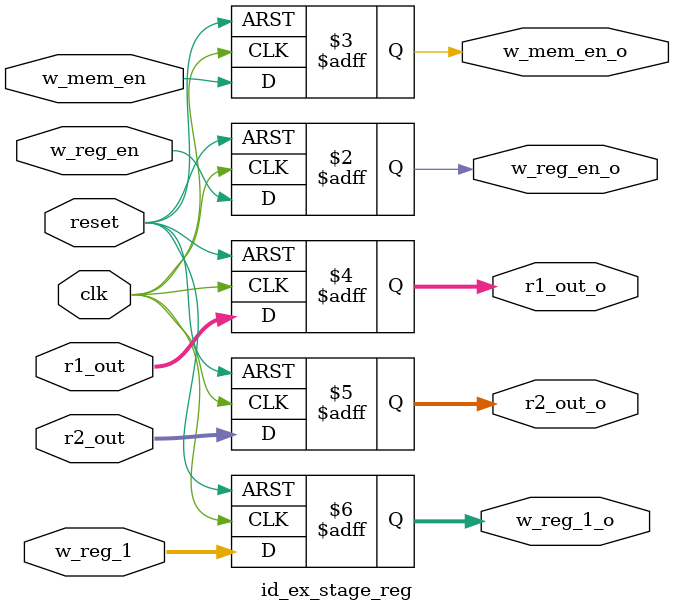
<source format=v>
`timescale 1ns / 1ps
module id_ex_stage_reg #(
	parameter DATA_WIDTH = 64,
	parameter REG_ADDR_WIDTH = 3
)(
	input wire clk,
	input wire reset,
	input wire w_reg_en,
	input wire w_mem_en,
	input wire [DATA_WIDTH - 1:0] r1_out,
	input wire [DATA_WIDTH - 1:0] r2_out,
	input wire [REG_ADDR_WIDTH - 1:0] w_reg_1,
	
	output reg w_reg_en_o,
	output reg w_mem_en_o,
	output reg [DATA_WIDTH - 1:0] r1_out_o,
	output reg [DATA_WIDTH - 1:0] r2_out_o,
	output reg [REG_ADDR_WIDTH - 1:0] w_reg_1_o
);

	always @(posedge clk or posedge reset)
		if (reset) begin
			w_reg_en_o <= 0;
			w_mem_en_o <= 0;
			r1_out_o <= 0;
			r2_out_o <= 0;
			w_reg_1_o <= 0;
		end else begin
			w_reg_en_o <= w_reg_en;
			w_mem_en_o <= w_mem_en;
			r1_out_o <= r1_out;
			r2_out_o <= r2_out;
			w_reg_1_o <= w_reg_1;
		end
	
endmodule

</source>
